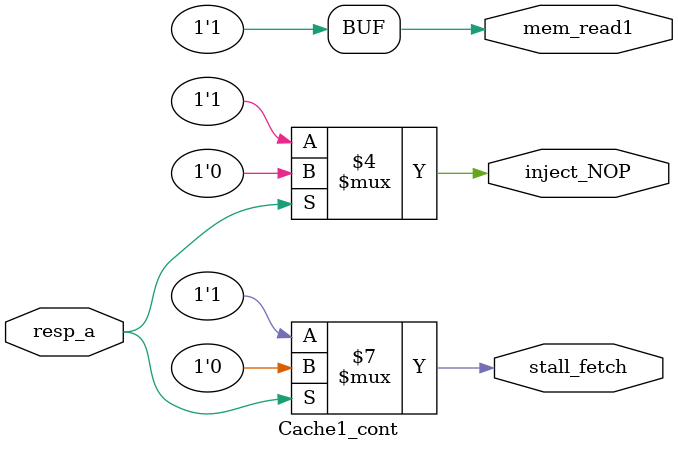
<source format=sv>
module Cache1_cont 
(
    input resp_a,
    output logic mem_read1, stall_fetch, inject_NOP
);

//assume that every clock cycle we want to read
assign mem_read1 = 1'b1;


always_comb
begin

if(resp_a == 1'b0) // if there is a cache miss
begin 
	stall_fetch = 1'b1; // stall pipeline
	inject_NOP = 1'b1; // and inject a nop
end

else// there is a cache hit so allow everytihg to be normal
begin 
	stall_fetch = 1'b0;
	inject_NOP = 1'b0;
end


end
endmodule : Cache1_cont
</source>
